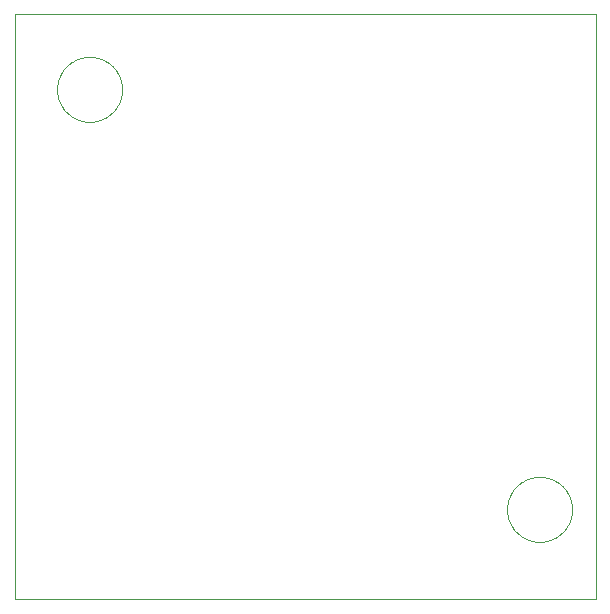
<source format=gbp>
G75*
%MOIN*%
%OFA0B0*%
%FSLAX25Y25*%
%IPPOS*%
%LPD*%
%AMOC8*
5,1,8,0,0,1.08239X$1,22.5*
%
%ADD10C,0.00000*%
D10*
X0003450Y0001250D02*
X0003450Y0196211D01*
X0197151Y0196211D01*
X0197151Y0001250D01*
X0003450Y0001250D01*
X0017623Y0171250D02*
X0017626Y0171516D01*
X0017636Y0171781D01*
X0017652Y0172046D01*
X0017675Y0172311D01*
X0017704Y0172575D01*
X0017740Y0172839D01*
X0017782Y0173101D01*
X0017831Y0173362D01*
X0017886Y0173622D01*
X0017947Y0173881D01*
X0018015Y0174138D01*
X0018089Y0174393D01*
X0018169Y0174646D01*
X0018256Y0174898D01*
X0018348Y0175147D01*
X0018447Y0175393D01*
X0018552Y0175638D01*
X0018663Y0175879D01*
X0018779Y0176118D01*
X0018901Y0176354D01*
X0019030Y0176587D01*
X0019163Y0176816D01*
X0019303Y0177042D01*
X0019448Y0177265D01*
X0019598Y0177484D01*
X0019754Y0177700D01*
X0019915Y0177911D01*
X0020081Y0178119D01*
X0020252Y0178322D01*
X0020428Y0178521D01*
X0020609Y0178716D01*
X0020794Y0178906D01*
X0020984Y0179091D01*
X0021179Y0179272D01*
X0021378Y0179448D01*
X0021581Y0179619D01*
X0021789Y0179785D01*
X0022000Y0179946D01*
X0022216Y0180102D01*
X0022435Y0180252D01*
X0022658Y0180397D01*
X0022884Y0180537D01*
X0023113Y0180670D01*
X0023346Y0180799D01*
X0023582Y0180921D01*
X0023821Y0181037D01*
X0024062Y0181148D01*
X0024307Y0181253D01*
X0024553Y0181352D01*
X0024802Y0181444D01*
X0025054Y0181531D01*
X0025307Y0181611D01*
X0025562Y0181685D01*
X0025819Y0181753D01*
X0026078Y0181814D01*
X0026338Y0181869D01*
X0026599Y0181918D01*
X0026861Y0181960D01*
X0027125Y0181996D01*
X0027389Y0182025D01*
X0027654Y0182048D01*
X0027919Y0182064D01*
X0028184Y0182074D01*
X0028450Y0182077D01*
X0028716Y0182074D01*
X0028981Y0182064D01*
X0029246Y0182048D01*
X0029511Y0182025D01*
X0029775Y0181996D01*
X0030039Y0181960D01*
X0030301Y0181918D01*
X0030562Y0181869D01*
X0030822Y0181814D01*
X0031081Y0181753D01*
X0031338Y0181685D01*
X0031593Y0181611D01*
X0031846Y0181531D01*
X0032098Y0181444D01*
X0032347Y0181352D01*
X0032593Y0181253D01*
X0032838Y0181148D01*
X0033079Y0181037D01*
X0033318Y0180921D01*
X0033554Y0180799D01*
X0033787Y0180670D01*
X0034016Y0180537D01*
X0034242Y0180397D01*
X0034465Y0180252D01*
X0034684Y0180102D01*
X0034900Y0179946D01*
X0035111Y0179785D01*
X0035319Y0179619D01*
X0035522Y0179448D01*
X0035721Y0179272D01*
X0035916Y0179091D01*
X0036106Y0178906D01*
X0036291Y0178716D01*
X0036472Y0178521D01*
X0036648Y0178322D01*
X0036819Y0178119D01*
X0036985Y0177911D01*
X0037146Y0177700D01*
X0037302Y0177484D01*
X0037452Y0177265D01*
X0037597Y0177042D01*
X0037737Y0176816D01*
X0037870Y0176587D01*
X0037999Y0176354D01*
X0038121Y0176118D01*
X0038237Y0175879D01*
X0038348Y0175638D01*
X0038453Y0175393D01*
X0038552Y0175147D01*
X0038644Y0174898D01*
X0038731Y0174646D01*
X0038811Y0174393D01*
X0038885Y0174138D01*
X0038953Y0173881D01*
X0039014Y0173622D01*
X0039069Y0173362D01*
X0039118Y0173101D01*
X0039160Y0172839D01*
X0039196Y0172575D01*
X0039225Y0172311D01*
X0039248Y0172046D01*
X0039264Y0171781D01*
X0039274Y0171516D01*
X0039277Y0171250D01*
X0039274Y0170984D01*
X0039264Y0170719D01*
X0039248Y0170454D01*
X0039225Y0170189D01*
X0039196Y0169925D01*
X0039160Y0169661D01*
X0039118Y0169399D01*
X0039069Y0169138D01*
X0039014Y0168878D01*
X0038953Y0168619D01*
X0038885Y0168362D01*
X0038811Y0168107D01*
X0038731Y0167854D01*
X0038644Y0167602D01*
X0038552Y0167353D01*
X0038453Y0167107D01*
X0038348Y0166862D01*
X0038237Y0166621D01*
X0038121Y0166382D01*
X0037999Y0166146D01*
X0037870Y0165913D01*
X0037737Y0165684D01*
X0037597Y0165458D01*
X0037452Y0165235D01*
X0037302Y0165016D01*
X0037146Y0164800D01*
X0036985Y0164589D01*
X0036819Y0164381D01*
X0036648Y0164178D01*
X0036472Y0163979D01*
X0036291Y0163784D01*
X0036106Y0163594D01*
X0035916Y0163409D01*
X0035721Y0163228D01*
X0035522Y0163052D01*
X0035319Y0162881D01*
X0035111Y0162715D01*
X0034900Y0162554D01*
X0034684Y0162398D01*
X0034465Y0162248D01*
X0034242Y0162103D01*
X0034016Y0161963D01*
X0033787Y0161830D01*
X0033554Y0161701D01*
X0033318Y0161579D01*
X0033079Y0161463D01*
X0032838Y0161352D01*
X0032593Y0161247D01*
X0032347Y0161148D01*
X0032098Y0161056D01*
X0031846Y0160969D01*
X0031593Y0160889D01*
X0031338Y0160815D01*
X0031081Y0160747D01*
X0030822Y0160686D01*
X0030562Y0160631D01*
X0030301Y0160582D01*
X0030039Y0160540D01*
X0029775Y0160504D01*
X0029511Y0160475D01*
X0029246Y0160452D01*
X0028981Y0160436D01*
X0028716Y0160426D01*
X0028450Y0160423D01*
X0028184Y0160426D01*
X0027919Y0160436D01*
X0027654Y0160452D01*
X0027389Y0160475D01*
X0027125Y0160504D01*
X0026861Y0160540D01*
X0026599Y0160582D01*
X0026338Y0160631D01*
X0026078Y0160686D01*
X0025819Y0160747D01*
X0025562Y0160815D01*
X0025307Y0160889D01*
X0025054Y0160969D01*
X0024802Y0161056D01*
X0024553Y0161148D01*
X0024307Y0161247D01*
X0024062Y0161352D01*
X0023821Y0161463D01*
X0023582Y0161579D01*
X0023346Y0161701D01*
X0023113Y0161830D01*
X0022884Y0161963D01*
X0022658Y0162103D01*
X0022435Y0162248D01*
X0022216Y0162398D01*
X0022000Y0162554D01*
X0021789Y0162715D01*
X0021581Y0162881D01*
X0021378Y0163052D01*
X0021179Y0163228D01*
X0020984Y0163409D01*
X0020794Y0163594D01*
X0020609Y0163784D01*
X0020428Y0163979D01*
X0020252Y0164178D01*
X0020081Y0164381D01*
X0019915Y0164589D01*
X0019754Y0164800D01*
X0019598Y0165016D01*
X0019448Y0165235D01*
X0019303Y0165458D01*
X0019163Y0165684D01*
X0019030Y0165913D01*
X0018901Y0166146D01*
X0018779Y0166382D01*
X0018663Y0166621D01*
X0018552Y0166862D01*
X0018447Y0167107D01*
X0018348Y0167353D01*
X0018256Y0167602D01*
X0018169Y0167854D01*
X0018089Y0168107D01*
X0018015Y0168362D01*
X0017947Y0168619D01*
X0017886Y0168878D01*
X0017831Y0169138D01*
X0017782Y0169399D01*
X0017740Y0169661D01*
X0017704Y0169925D01*
X0017675Y0170189D01*
X0017652Y0170454D01*
X0017636Y0170719D01*
X0017626Y0170984D01*
X0017623Y0171250D01*
X0167623Y0031250D02*
X0167626Y0031516D01*
X0167636Y0031781D01*
X0167652Y0032046D01*
X0167675Y0032311D01*
X0167704Y0032575D01*
X0167740Y0032839D01*
X0167782Y0033101D01*
X0167831Y0033362D01*
X0167886Y0033622D01*
X0167947Y0033881D01*
X0168015Y0034138D01*
X0168089Y0034393D01*
X0168169Y0034646D01*
X0168256Y0034898D01*
X0168348Y0035147D01*
X0168447Y0035393D01*
X0168552Y0035638D01*
X0168663Y0035879D01*
X0168779Y0036118D01*
X0168901Y0036354D01*
X0169030Y0036587D01*
X0169163Y0036816D01*
X0169303Y0037042D01*
X0169448Y0037265D01*
X0169598Y0037484D01*
X0169754Y0037700D01*
X0169915Y0037911D01*
X0170081Y0038119D01*
X0170252Y0038322D01*
X0170428Y0038521D01*
X0170609Y0038716D01*
X0170794Y0038906D01*
X0170984Y0039091D01*
X0171179Y0039272D01*
X0171378Y0039448D01*
X0171581Y0039619D01*
X0171789Y0039785D01*
X0172000Y0039946D01*
X0172216Y0040102D01*
X0172435Y0040252D01*
X0172658Y0040397D01*
X0172884Y0040537D01*
X0173113Y0040670D01*
X0173346Y0040799D01*
X0173582Y0040921D01*
X0173821Y0041037D01*
X0174062Y0041148D01*
X0174307Y0041253D01*
X0174553Y0041352D01*
X0174802Y0041444D01*
X0175054Y0041531D01*
X0175307Y0041611D01*
X0175562Y0041685D01*
X0175819Y0041753D01*
X0176078Y0041814D01*
X0176338Y0041869D01*
X0176599Y0041918D01*
X0176861Y0041960D01*
X0177125Y0041996D01*
X0177389Y0042025D01*
X0177654Y0042048D01*
X0177919Y0042064D01*
X0178184Y0042074D01*
X0178450Y0042077D01*
X0178716Y0042074D01*
X0178981Y0042064D01*
X0179246Y0042048D01*
X0179511Y0042025D01*
X0179775Y0041996D01*
X0180039Y0041960D01*
X0180301Y0041918D01*
X0180562Y0041869D01*
X0180822Y0041814D01*
X0181081Y0041753D01*
X0181338Y0041685D01*
X0181593Y0041611D01*
X0181846Y0041531D01*
X0182098Y0041444D01*
X0182347Y0041352D01*
X0182593Y0041253D01*
X0182838Y0041148D01*
X0183079Y0041037D01*
X0183318Y0040921D01*
X0183554Y0040799D01*
X0183787Y0040670D01*
X0184016Y0040537D01*
X0184242Y0040397D01*
X0184465Y0040252D01*
X0184684Y0040102D01*
X0184900Y0039946D01*
X0185111Y0039785D01*
X0185319Y0039619D01*
X0185522Y0039448D01*
X0185721Y0039272D01*
X0185916Y0039091D01*
X0186106Y0038906D01*
X0186291Y0038716D01*
X0186472Y0038521D01*
X0186648Y0038322D01*
X0186819Y0038119D01*
X0186985Y0037911D01*
X0187146Y0037700D01*
X0187302Y0037484D01*
X0187452Y0037265D01*
X0187597Y0037042D01*
X0187737Y0036816D01*
X0187870Y0036587D01*
X0187999Y0036354D01*
X0188121Y0036118D01*
X0188237Y0035879D01*
X0188348Y0035638D01*
X0188453Y0035393D01*
X0188552Y0035147D01*
X0188644Y0034898D01*
X0188731Y0034646D01*
X0188811Y0034393D01*
X0188885Y0034138D01*
X0188953Y0033881D01*
X0189014Y0033622D01*
X0189069Y0033362D01*
X0189118Y0033101D01*
X0189160Y0032839D01*
X0189196Y0032575D01*
X0189225Y0032311D01*
X0189248Y0032046D01*
X0189264Y0031781D01*
X0189274Y0031516D01*
X0189277Y0031250D01*
X0189274Y0030984D01*
X0189264Y0030719D01*
X0189248Y0030454D01*
X0189225Y0030189D01*
X0189196Y0029925D01*
X0189160Y0029661D01*
X0189118Y0029399D01*
X0189069Y0029138D01*
X0189014Y0028878D01*
X0188953Y0028619D01*
X0188885Y0028362D01*
X0188811Y0028107D01*
X0188731Y0027854D01*
X0188644Y0027602D01*
X0188552Y0027353D01*
X0188453Y0027107D01*
X0188348Y0026862D01*
X0188237Y0026621D01*
X0188121Y0026382D01*
X0187999Y0026146D01*
X0187870Y0025913D01*
X0187737Y0025684D01*
X0187597Y0025458D01*
X0187452Y0025235D01*
X0187302Y0025016D01*
X0187146Y0024800D01*
X0186985Y0024589D01*
X0186819Y0024381D01*
X0186648Y0024178D01*
X0186472Y0023979D01*
X0186291Y0023784D01*
X0186106Y0023594D01*
X0185916Y0023409D01*
X0185721Y0023228D01*
X0185522Y0023052D01*
X0185319Y0022881D01*
X0185111Y0022715D01*
X0184900Y0022554D01*
X0184684Y0022398D01*
X0184465Y0022248D01*
X0184242Y0022103D01*
X0184016Y0021963D01*
X0183787Y0021830D01*
X0183554Y0021701D01*
X0183318Y0021579D01*
X0183079Y0021463D01*
X0182838Y0021352D01*
X0182593Y0021247D01*
X0182347Y0021148D01*
X0182098Y0021056D01*
X0181846Y0020969D01*
X0181593Y0020889D01*
X0181338Y0020815D01*
X0181081Y0020747D01*
X0180822Y0020686D01*
X0180562Y0020631D01*
X0180301Y0020582D01*
X0180039Y0020540D01*
X0179775Y0020504D01*
X0179511Y0020475D01*
X0179246Y0020452D01*
X0178981Y0020436D01*
X0178716Y0020426D01*
X0178450Y0020423D01*
X0178184Y0020426D01*
X0177919Y0020436D01*
X0177654Y0020452D01*
X0177389Y0020475D01*
X0177125Y0020504D01*
X0176861Y0020540D01*
X0176599Y0020582D01*
X0176338Y0020631D01*
X0176078Y0020686D01*
X0175819Y0020747D01*
X0175562Y0020815D01*
X0175307Y0020889D01*
X0175054Y0020969D01*
X0174802Y0021056D01*
X0174553Y0021148D01*
X0174307Y0021247D01*
X0174062Y0021352D01*
X0173821Y0021463D01*
X0173582Y0021579D01*
X0173346Y0021701D01*
X0173113Y0021830D01*
X0172884Y0021963D01*
X0172658Y0022103D01*
X0172435Y0022248D01*
X0172216Y0022398D01*
X0172000Y0022554D01*
X0171789Y0022715D01*
X0171581Y0022881D01*
X0171378Y0023052D01*
X0171179Y0023228D01*
X0170984Y0023409D01*
X0170794Y0023594D01*
X0170609Y0023784D01*
X0170428Y0023979D01*
X0170252Y0024178D01*
X0170081Y0024381D01*
X0169915Y0024589D01*
X0169754Y0024800D01*
X0169598Y0025016D01*
X0169448Y0025235D01*
X0169303Y0025458D01*
X0169163Y0025684D01*
X0169030Y0025913D01*
X0168901Y0026146D01*
X0168779Y0026382D01*
X0168663Y0026621D01*
X0168552Y0026862D01*
X0168447Y0027107D01*
X0168348Y0027353D01*
X0168256Y0027602D01*
X0168169Y0027854D01*
X0168089Y0028107D01*
X0168015Y0028362D01*
X0167947Y0028619D01*
X0167886Y0028878D01*
X0167831Y0029138D01*
X0167782Y0029399D01*
X0167740Y0029661D01*
X0167704Y0029925D01*
X0167675Y0030189D01*
X0167652Y0030454D01*
X0167636Y0030719D01*
X0167626Y0030984D01*
X0167623Y0031250D01*
M02*

</source>
